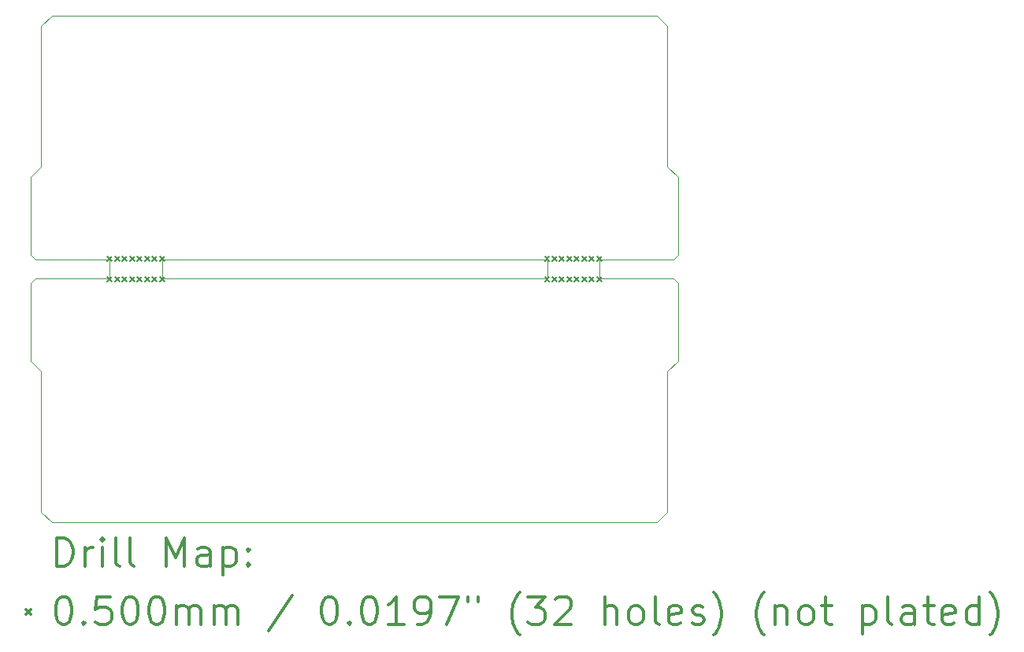
<source format=gbr>
%FSLAX45Y45*%
G04 Gerber Fmt 4.5, Leading zero omitted, Abs format (unit mm)*
G04 Created by KiCad (PCBNEW 5.1.10-88a1d61d58~88~ubuntu20.04.1) date 2021-06-23 17:02:29*
%MOMM*%
%LPD*%
G01*
G04 APERTURE LIST*
%TA.AperFunction,Profile*%
%ADD10C,0.050000*%
%TD*%
%ADD11C,0.200000*%
%ADD12C,0.300000*%
G04 APERTURE END LIST*
D10*
X11342200Y-5816600D02*
X11342200Y-5616600D01*
X16042200Y-5816600D02*
X16840200Y-5816600D01*
X15482200Y-5616400D02*
X11342200Y-5616400D01*
X16042200Y-5816600D02*
X16042200Y-5616600D01*
X15482200Y-5816600D02*
X15482200Y-5616600D01*
X10782200Y-5616400D02*
X9982200Y-5616400D01*
X11342200Y-5816600D02*
X15482200Y-5816600D01*
X10782200Y-5816600D02*
X10782200Y-5616600D01*
X16662400Y-2987500D02*
X10160000Y-2987500D01*
X16891000Y-4727400D02*
X16891000Y-5565600D01*
X10045700Y-3101800D02*
X10160000Y-2987500D01*
X10045700Y-3101800D02*
X10045700Y-4613100D01*
X16776700Y-3101800D02*
X16776700Y-4613100D01*
X16776700Y-4613100D02*
X16891000Y-4727400D01*
X16840200Y-5616400D02*
X16042200Y-5616400D01*
X9931400Y-4727400D02*
X10045700Y-4613100D01*
X9931400Y-5565600D02*
X9931400Y-4727400D01*
X16776700Y-3101800D02*
X16662400Y-2987500D01*
X9982200Y-5616400D02*
X9931400Y-5565600D01*
X16891000Y-5565600D02*
X16840200Y-5616400D01*
X16840200Y-5816600D02*
X16891000Y-5867400D01*
X9931400Y-5867400D02*
X9982200Y-5816600D01*
X16776700Y-8331200D02*
X16776700Y-6819900D01*
X16891000Y-6705600D02*
X16776700Y-6819900D01*
X16776700Y-8331200D02*
X16662400Y-8445500D01*
X10045700Y-8331200D02*
X10160000Y-8445500D01*
X10045700Y-8331200D02*
X10045700Y-6819900D01*
X16891000Y-5867400D02*
X16891000Y-6705600D01*
X9982200Y-5816600D02*
X10782200Y-5816600D01*
X9931400Y-6705600D02*
X9931400Y-5867400D01*
X10045700Y-6819900D02*
X9931400Y-6705600D01*
X10160000Y-8445500D02*
X16662400Y-8445500D01*
D11*
X10757200Y-5581600D02*
X10807200Y-5631600D01*
X10807200Y-5581600D02*
X10757200Y-5631600D01*
X10757200Y-5801600D02*
X10807200Y-5851600D01*
X10807200Y-5801600D02*
X10757200Y-5851600D01*
X10837200Y-5581600D02*
X10887200Y-5631600D01*
X10887200Y-5581600D02*
X10837200Y-5631600D01*
X10837200Y-5801600D02*
X10887200Y-5851600D01*
X10887200Y-5801600D02*
X10837200Y-5851600D01*
X10917200Y-5581600D02*
X10967200Y-5631600D01*
X10967200Y-5581600D02*
X10917200Y-5631600D01*
X10917200Y-5801600D02*
X10967200Y-5851600D01*
X10967200Y-5801600D02*
X10917200Y-5851600D01*
X10997200Y-5581600D02*
X11047200Y-5631600D01*
X11047200Y-5581600D02*
X10997200Y-5631600D01*
X10997200Y-5801600D02*
X11047200Y-5851600D01*
X11047200Y-5801600D02*
X10997200Y-5851600D01*
X11077200Y-5581600D02*
X11127200Y-5631600D01*
X11127200Y-5581600D02*
X11077200Y-5631600D01*
X11077200Y-5801600D02*
X11127200Y-5851600D01*
X11127200Y-5801600D02*
X11077200Y-5851600D01*
X11157200Y-5581600D02*
X11207200Y-5631600D01*
X11207200Y-5581600D02*
X11157200Y-5631600D01*
X11157200Y-5801600D02*
X11207200Y-5851600D01*
X11207200Y-5801600D02*
X11157200Y-5851600D01*
X11237200Y-5581600D02*
X11287200Y-5631600D01*
X11287200Y-5581600D02*
X11237200Y-5631600D01*
X11237200Y-5801600D02*
X11287200Y-5851600D01*
X11287200Y-5801600D02*
X11237200Y-5851600D01*
X11317200Y-5581600D02*
X11367200Y-5631600D01*
X11367200Y-5581600D02*
X11317200Y-5631600D01*
X11317200Y-5801600D02*
X11367200Y-5851600D01*
X11367200Y-5801600D02*
X11317200Y-5851600D01*
X15457200Y-5581600D02*
X15507200Y-5631600D01*
X15507200Y-5581600D02*
X15457200Y-5631600D01*
X15457200Y-5801600D02*
X15507200Y-5851600D01*
X15507200Y-5801600D02*
X15457200Y-5851600D01*
X15537200Y-5581600D02*
X15587200Y-5631600D01*
X15587200Y-5581600D02*
X15537200Y-5631600D01*
X15537200Y-5801600D02*
X15587200Y-5851600D01*
X15587200Y-5801600D02*
X15537200Y-5851600D01*
X15617200Y-5581600D02*
X15667200Y-5631600D01*
X15667200Y-5581600D02*
X15617200Y-5631600D01*
X15617200Y-5801600D02*
X15667200Y-5851600D01*
X15667200Y-5801600D02*
X15617200Y-5851600D01*
X15697200Y-5581600D02*
X15747200Y-5631600D01*
X15747200Y-5581600D02*
X15697200Y-5631600D01*
X15697200Y-5801600D02*
X15747200Y-5851600D01*
X15747200Y-5801600D02*
X15697200Y-5851600D01*
X15777200Y-5581600D02*
X15827200Y-5631600D01*
X15827200Y-5581600D02*
X15777200Y-5631600D01*
X15777200Y-5801600D02*
X15827200Y-5851600D01*
X15827200Y-5801600D02*
X15777200Y-5851600D01*
X15857200Y-5581600D02*
X15907200Y-5631600D01*
X15907200Y-5581600D02*
X15857200Y-5631600D01*
X15857200Y-5801600D02*
X15907200Y-5851600D01*
X15907200Y-5801600D02*
X15857200Y-5851600D01*
X15937200Y-5581600D02*
X15987200Y-5631600D01*
X15987200Y-5581600D02*
X15937200Y-5631600D01*
X15937200Y-5801600D02*
X15987200Y-5851600D01*
X15987200Y-5801600D02*
X15937200Y-5851600D01*
X16017200Y-5581600D02*
X16067200Y-5631600D01*
X16067200Y-5581600D02*
X16017200Y-5631600D01*
X16017200Y-5801600D02*
X16067200Y-5851600D01*
X16067200Y-5801600D02*
X16017200Y-5851600D01*
D12*
X10215328Y-8913714D02*
X10215328Y-8613714D01*
X10286757Y-8613714D01*
X10329614Y-8628000D01*
X10358186Y-8656572D01*
X10372471Y-8685143D01*
X10386757Y-8742286D01*
X10386757Y-8785143D01*
X10372471Y-8842286D01*
X10358186Y-8870857D01*
X10329614Y-8899429D01*
X10286757Y-8913714D01*
X10215328Y-8913714D01*
X10515328Y-8913714D02*
X10515328Y-8713714D01*
X10515328Y-8770857D02*
X10529614Y-8742286D01*
X10543900Y-8728000D01*
X10572471Y-8713714D01*
X10601043Y-8713714D01*
X10701043Y-8913714D02*
X10701043Y-8713714D01*
X10701043Y-8613714D02*
X10686757Y-8628000D01*
X10701043Y-8642286D01*
X10715328Y-8628000D01*
X10701043Y-8613714D01*
X10701043Y-8642286D01*
X10886757Y-8913714D02*
X10858186Y-8899429D01*
X10843900Y-8870857D01*
X10843900Y-8613714D01*
X11043900Y-8913714D02*
X11015328Y-8899429D01*
X11001043Y-8870857D01*
X11001043Y-8613714D01*
X11386757Y-8913714D02*
X11386757Y-8613714D01*
X11486757Y-8828000D01*
X11586757Y-8613714D01*
X11586757Y-8913714D01*
X11858186Y-8913714D02*
X11858186Y-8756572D01*
X11843900Y-8728000D01*
X11815328Y-8713714D01*
X11758186Y-8713714D01*
X11729614Y-8728000D01*
X11858186Y-8899429D02*
X11829614Y-8913714D01*
X11758186Y-8913714D01*
X11729614Y-8899429D01*
X11715328Y-8870857D01*
X11715328Y-8842286D01*
X11729614Y-8813714D01*
X11758186Y-8799429D01*
X11829614Y-8799429D01*
X11858186Y-8785143D01*
X12001043Y-8713714D02*
X12001043Y-9013714D01*
X12001043Y-8728000D02*
X12029614Y-8713714D01*
X12086757Y-8713714D01*
X12115328Y-8728000D01*
X12129614Y-8742286D01*
X12143900Y-8770857D01*
X12143900Y-8856572D01*
X12129614Y-8885143D01*
X12115328Y-8899429D01*
X12086757Y-8913714D01*
X12029614Y-8913714D01*
X12001043Y-8899429D01*
X12272471Y-8885143D02*
X12286757Y-8899429D01*
X12272471Y-8913714D01*
X12258186Y-8899429D01*
X12272471Y-8885143D01*
X12272471Y-8913714D01*
X12272471Y-8728000D02*
X12286757Y-8742286D01*
X12272471Y-8756572D01*
X12258186Y-8742286D01*
X12272471Y-8728000D01*
X12272471Y-8756572D01*
X9878900Y-9383000D02*
X9928900Y-9433000D01*
X9928900Y-9383000D02*
X9878900Y-9433000D01*
X10272471Y-9243714D02*
X10301043Y-9243714D01*
X10329614Y-9258000D01*
X10343900Y-9272286D01*
X10358186Y-9300857D01*
X10372471Y-9358000D01*
X10372471Y-9429429D01*
X10358186Y-9486572D01*
X10343900Y-9515143D01*
X10329614Y-9529429D01*
X10301043Y-9543714D01*
X10272471Y-9543714D01*
X10243900Y-9529429D01*
X10229614Y-9515143D01*
X10215328Y-9486572D01*
X10201043Y-9429429D01*
X10201043Y-9358000D01*
X10215328Y-9300857D01*
X10229614Y-9272286D01*
X10243900Y-9258000D01*
X10272471Y-9243714D01*
X10501043Y-9515143D02*
X10515328Y-9529429D01*
X10501043Y-9543714D01*
X10486757Y-9529429D01*
X10501043Y-9515143D01*
X10501043Y-9543714D01*
X10786757Y-9243714D02*
X10643900Y-9243714D01*
X10629614Y-9386572D01*
X10643900Y-9372286D01*
X10672471Y-9358000D01*
X10743900Y-9358000D01*
X10772471Y-9372286D01*
X10786757Y-9386572D01*
X10801043Y-9415143D01*
X10801043Y-9486572D01*
X10786757Y-9515143D01*
X10772471Y-9529429D01*
X10743900Y-9543714D01*
X10672471Y-9543714D01*
X10643900Y-9529429D01*
X10629614Y-9515143D01*
X10986757Y-9243714D02*
X11015328Y-9243714D01*
X11043900Y-9258000D01*
X11058186Y-9272286D01*
X11072471Y-9300857D01*
X11086757Y-9358000D01*
X11086757Y-9429429D01*
X11072471Y-9486572D01*
X11058186Y-9515143D01*
X11043900Y-9529429D01*
X11015328Y-9543714D01*
X10986757Y-9543714D01*
X10958186Y-9529429D01*
X10943900Y-9515143D01*
X10929614Y-9486572D01*
X10915328Y-9429429D01*
X10915328Y-9358000D01*
X10929614Y-9300857D01*
X10943900Y-9272286D01*
X10958186Y-9258000D01*
X10986757Y-9243714D01*
X11272471Y-9243714D02*
X11301043Y-9243714D01*
X11329614Y-9258000D01*
X11343900Y-9272286D01*
X11358186Y-9300857D01*
X11372471Y-9358000D01*
X11372471Y-9429429D01*
X11358186Y-9486572D01*
X11343900Y-9515143D01*
X11329614Y-9529429D01*
X11301043Y-9543714D01*
X11272471Y-9543714D01*
X11243900Y-9529429D01*
X11229614Y-9515143D01*
X11215328Y-9486572D01*
X11201043Y-9429429D01*
X11201043Y-9358000D01*
X11215328Y-9300857D01*
X11229614Y-9272286D01*
X11243900Y-9258000D01*
X11272471Y-9243714D01*
X11501043Y-9543714D02*
X11501043Y-9343714D01*
X11501043Y-9372286D02*
X11515328Y-9358000D01*
X11543900Y-9343714D01*
X11586757Y-9343714D01*
X11615328Y-9358000D01*
X11629614Y-9386572D01*
X11629614Y-9543714D01*
X11629614Y-9386572D02*
X11643900Y-9358000D01*
X11672471Y-9343714D01*
X11715328Y-9343714D01*
X11743900Y-9358000D01*
X11758186Y-9386572D01*
X11758186Y-9543714D01*
X11901043Y-9543714D02*
X11901043Y-9343714D01*
X11901043Y-9372286D02*
X11915328Y-9358000D01*
X11943900Y-9343714D01*
X11986757Y-9343714D01*
X12015328Y-9358000D01*
X12029614Y-9386572D01*
X12029614Y-9543714D01*
X12029614Y-9386572D02*
X12043900Y-9358000D01*
X12072471Y-9343714D01*
X12115328Y-9343714D01*
X12143900Y-9358000D01*
X12158186Y-9386572D01*
X12158186Y-9543714D01*
X12743900Y-9229429D02*
X12486757Y-9615143D01*
X13129614Y-9243714D02*
X13158186Y-9243714D01*
X13186757Y-9258000D01*
X13201043Y-9272286D01*
X13215328Y-9300857D01*
X13229614Y-9358000D01*
X13229614Y-9429429D01*
X13215328Y-9486572D01*
X13201043Y-9515143D01*
X13186757Y-9529429D01*
X13158186Y-9543714D01*
X13129614Y-9543714D01*
X13101043Y-9529429D01*
X13086757Y-9515143D01*
X13072471Y-9486572D01*
X13058186Y-9429429D01*
X13058186Y-9358000D01*
X13072471Y-9300857D01*
X13086757Y-9272286D01*
X13101043Y-9258000D01*
X13129614Y-9243714D01*
X13358186Y-9515143D02*
X13372471Y-9529429D01*
X13358186Y-9543714D01*
X13343900Y-9529429D01*
X13358186Y-9515143D01*
X13358186Y-9543714D01*
X13558186Y-9243714D02*
X13586757Y-9243714D01*
X13615328Y-9258000D01*
X13629614Y-9272286D01*
X13643900Y-9300857D01*
X13658186Y-9358000D01*
X13658186Y-9429429D01*
X13643900Y-9486572D01*
X13629614Y-9515143D01*
X13615328Y-9529429D01*
X13586757Y-9543714D01*
X13558186Y-9543714D01*
X13529614Y-9529429D01*
X13515328Y-9515143D01*
X13501043Y-9486572D01*
X13486757Y-9429429D01*
X13486757Y-9358000D01*
X13501043Y-9300857D01*
X13515328Y-9272286D01*
X13529614Y-9258000D01*
X13558186Y-9243714D01*
X13943900Y-9543714D02*
X13772471Y-9543714D01*
X13858186Y-9543714D02*
X13858186Y-9243714D01*
X13829614Y-9286572D01*
X13801043Y-9315143D01*
X13772471Y-9329429D01*
X14086757Y-9543714D02*
X14143900Y-9543714D01*
X14172471Y-9529429D01*
X14186757Y-9515143D01*
X14215328Y-9472286D01*
X14229614Y-9415143D01*
X14229614Y-9300857D01*
X14215328Y-9272286D01*
X14201043Y-9258000D01*
X14172471Y-9243714D01*
X14115328Y-9243714D01*
X14086757Y-9258000D01*
X14072471Y-9272286D01*
X14058186Y-9300857D01*
X14058186Y-9372286D01*
X14072471Y-9400857D01*
X14086757Y-9415143D01*
X14115328Y-9429429D01*
X14172471Y-9429429D01*
X14201043Y-9415143D01*
X14215328Y-9400857D01*
X14229614Y-9372286D01*
X14329614Y-9243714D02*
X14529614Y-9243714D01*
X14401043Y-9543714D01*
X14629614Y-9243714D02*
X14629614Y-9300857D01*
X14743900Y-9243714D02*
X14743900Y-9300857D01*
X15186757Y-9658000D02*
X15172471Y-9643714D01*
X15143900Y-9600857D01*
X15129614Y-9572286D01*
X15115328Y-9529429D01*
X15101043Y-9458000D01*
X15101043Y-9400857D01*
X15115328Y-9329429D01*
X15129614Y-9286572D01*
X15143900Y-9258000D01*
X15172471Y-9215143D01*
X15186757Y-9200857D01*
X15272471Y-9243714D02*
X15458186Y-9243714D01*
X15358186Y-9358000D01*
X15401043Y-9358000D01*
X15429614Y-9372286D01*
X15443900Y-9386572D01*
X15458186Y-9415143D01*
X15458186Y-9486572D01*
X15443900Y-9515143D01*
X15429614Y-9529429D01*
X15401043Y-9543714D01*
X15315328Y-9543714D01*
X15286757Y-9529429D01*
X15272471Y-9515143D01*
X15572471Y-9272286D02*
X15586757Y-9258000D01*
X15615328Y-9243714D01*
X15686757Y-9243714D01*
X15715328Y-9258000D01*
X15729614Y-9272286D01*
X15743900Y-9300857D01*
X15743900Y-9329429D01*
X15729614Y-9372286D01*
X15558186Y-9543714D01*
X15743900Y-9543714D01*
X16101043Y-9543714D02*
X16101043Y-9243714D01*
X16229614Y-9543714D02*
X16229614Y-9386572D01*
X16215328Y-9358000D01*
X16186757Y-9343714D01*
X16143900Y-9343714D01*
X16115328Y-9358000D01*
X16101043Y-9372286D01*
X16415328Y-9543714D02*
X16386757Y-9529429D01*
X16372471Y-9515143D01*
X16358186Y-9486572D01*
X16358186Y-9400857D01*
X16372471Y-9372286D01*
X16386757Y-9358000D01*
X16415328Y-9343714D01*
X16458186Y-9343714D01*
X16486757Y-9358000D01*
X16501043Y-9372286D01*
X16515328Y-9400857D01*
X16515328Y-9486572D01*
X16501043Y-9515143D01*
X16486757Y-9529429D01*
X16458186Y-9543714D01*
X16415328Y-9543714D01*
X16686757Y-9543714D02*
X16658186Y-9529429D01*
X16643900Y-9500857D01*
X16643900Y-9243714D01*
X16915328Y-9529429D02*
X16886757Y-9543714D01*
X16829614Y-9543714D01*
X16801043Y-9529429D01*
X16786757Y-9500857D01*
X16786757Y-9386572D01*
X16801043Y-9358000D01*
X16829614Y-9343714D01*
X16886757Y-9343714D01*
X16915328Y-9358000D01*
X16929614Y-9386572D01*
X16929614Y-9415143D01*
X16786757Y-9443714D01*
X17043900Y-9529429D02*
X17072471Y-9543714D01*
X17129614Y-9543714D01*
X17158186Y-9529429D01*
X17172471Y-9500857D01*
X17172471Y-9486572D01*
X17158186Y-9458000D01*
X17129614Y-9443714D01*
X17086757Y-9443714D01*
X17058186Y-9429429D01*
X17043900Y-9400857D01*
X17043900Y-9386572D01*
X17058186Y-9358000D01*
X17086757Y-9343714D01*
X17129614Y-9343714D01*
X17158186Y-9358000D01*
X17272471Y-9658000D02*
X17286757Y-9643714D01*
X17315328Y-9600857D01*
X17329614Y-9572286D01*
X17343900Y-9529429D01*
X17358186Y-9458000D01*
X17358186Y-9400857D01*
X17343900Y-9329429D01*
X17329614Y-9286572D01*
X17315328Y-9258000D01*
X17286757Y-9215143D01*
X17272471Y-9200857D01*
X17815328Y-9658000D02*
X17801043Y-9643714D01*
X17772471Y-9600857D01*
X17758186Y-9572286D01*
X17743900Y-9529429D01*
X17729614Y-9458000D01*
X17729614Y-9400857D01*
X17743900Y-9329429D01*
X17758186Y-9286572D01*
X17772471Y-9258000D01*
X17801043Y-9215143D01*
X17815328Y-9200857D01*
X17929614Y-9343714D02*
X17929614Y-9543714D01*
X17929614Y-9372286D02*
X17943900Y-9358000D01*
X17972471Y-9343714D01*
X18015328Y-9343714D01*
X18043900Y-9358000D01*
X18058186Y-9386572D01*
X18058186Y-9543714D01*
X18243900Y-9543714D02*
X18215328Y-9529429D01*
X18201043Y-9515143D01*
X18186757Y-9486572D01*
X18186757Y-9400857D01*
X18201043Y-9372286D01*
X18215328Y-9358000D01*
X18243900Y-9343714D01*
X18286757Y-9343714D01*
X18315328Y-9358000D01*
X18329614Y-9372286D01*
X18343900Y-9400857D01*
X18343900Y-9486572D01*
X18329614Y-9515143D01*
X18315328Y-9529429D01*
X18286757Y-9543714D01*
X18243900Y-9543714D01*
X18429614Y-9343714D02*
X18543900Y-9343714D01*
X18472471Y-9243714D02*
X18472471Y-9500857D01*
X18486757Y-9529429D01*
X18515328Y-9543714D01*
X18543900Y-9543714D01*
X18872471Y-9343714D02*
X18872471Y-9643714D01*
X18872471Y-9358000D02*
X18901043Y-9343714D01*
X18958186Y-9343714D01*
X18986757Y-9358000D01*
X19001043Y-9372286D01*
X19015328Y-9400857D01*
X19015328Y-9486572D01*
X19001043Y-9515143D01*
X18986757Y-9529429D01*
X18958186Y-9543714D01*
X18901043Y-9543714D01*
X18872471Y-9529429D01*
X19186757Y-9543714D02*
X19158186Y-9529429D01*
X19143900Y-9500857D01*
X19143900Y-9243714D01*
X19429614Y-9543714D02*
X19429614Y-9386572D01*
X19415328Y-9358000D01*
X19386757Y-9343714D01*
X19329614Y-9343714D01*
X19301043Y-9358000D01*
X19429614Y-9529429D02*
X19401043Y-9543714D01*
X19329614Y-9543714D01*
X19301043Y-9529429D01*
X19286757Y-9500857D01*
X19286757Y-9472286D01*
X19301043Y-9443714D01*
X19329614Y-9429429D01*
X19401043Y-9429429D01*
X19429614Y-9415143D01*
X19529614Y-9343714D02*
X19643900Y-9343714D01*
X19572471Y-9243714D02*
X19572471Y-9500857D01*
X19586757Y-9529429D01*
X19615328Y-9543714D01*
X19643900Y-9543714D01*
X19858186Y-9529429D02*
X19829614Y-9543714D01*
X19772471Y-9543714D01*
X19743900Y-9529429D01*
X19729614Y-9500857D01*
X19729614Y-9386572D01*
X19743900Y-9358000D01*
X19772471Y-9343714D01*
X19829614Y-9343714D01*
X19858186Y-9358000D01*
X19872471Y-9386572D01*
X19872471Y-9415143D01*
X19729614Y-9443714D01*
X20129614Y-9543714D02*
X20129614Y-9243714D01*
X20129614Y-9529429D02*
X20101043Y-9543714D01*
X20043900Y-9543714D01*
X20015328Y-9529429D01*
X20001043Y-9515143D01*
X19986757Y-9486572D01*
X19986757Y-9400857D01*
X20001043Y-9372286D01*
X20015328Y-9358000D01*
X20043900Y-9343714D01*
X20101043Y-9343714D01*
X20129614Y-9358000D01*
X20243900Y-9658000D02*
X20258186Y-9643714D01*
X20286757Y-9600857D01*
X20301043Y-9572286D01*
X20315328Y-9529429D01*
X20329614Y-9458000D01*
X20329614Y-9400857D01*
X20315328Y-9329429D01*
X20301043Y-9286572D01*
X20286757Y-9258000D01*
X20258186Y-9215143D01*
X20243900Y-9200857D01*
M02*

</source>
